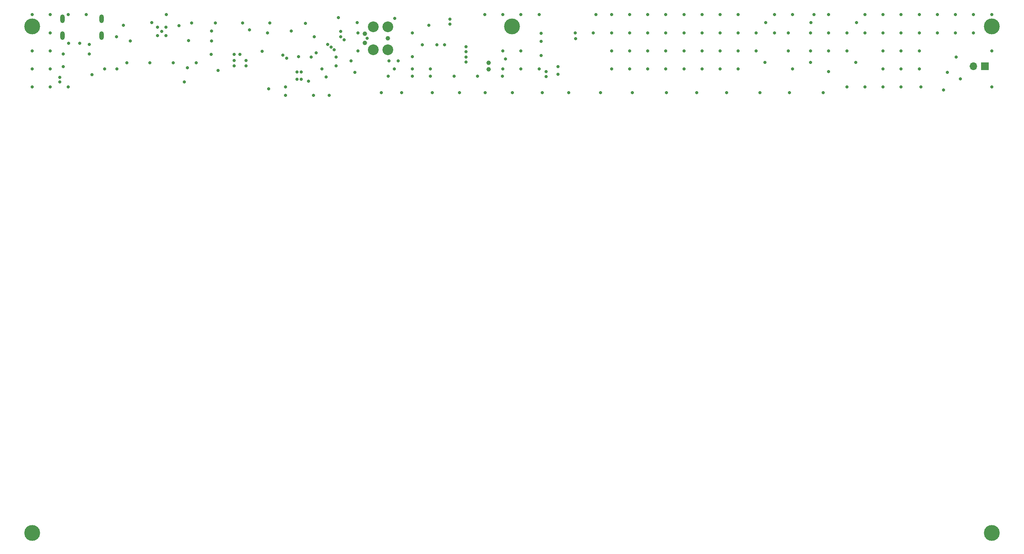
<source format=gbr>
%TF.GenerationSoftware,KiCad,Pcbnew,7.0.1*%
%TF.CreationDate,2023-08-12T11:58:29+02:00*%
%TF.ProjectId,HotPlate,486f7450-6c61-4746-952e-6b696361645f,rev?*%
%TF.SameCoordinates,PX2160ec0PY93d1cc0*%
%TF.FileFunction,Soldermask,Bot*%
%TF.FilePolarity,Negative*%
%FSLAX46Y46*%
G04 Gerber Fmt 4.6, Leading zero omitted, Abs format (unit mm)*
G04 Created by KiCad (PCBNEW 7.0.1) date 2023-08-12 11:58:29*
%MOMM*%
%LPD*%
G01*
G04 APERTURE LIST*
%ADD10C,3.500000*%
%ADD11R,1.700000X1.700000*%
%ADD12O,1.700000X1.700000*%
%ADD13O,1.000000X1.900000*%
%ADD14C,2.374900*%
%ADD15C,0.990600*%
%ADD16C,0.700000*%
%ADD17C,1.000000*%
G04 APERTURE END LIST*
D10*
%TO.C,REF\u002A\u002A*%
X4000000Y116000000D03*
%TD*%
%TO.C,REF\u002A\u002A*%
X4000000Y4000000D03*
%TD*%
D11*
%TO.C,TH401*%
X214475000Y107200000D03*
D12*
X211935000Y107200000D03*
%TD*%
D13*
%TO.C,J101*%
X19320000Y113940000D03*
X19320000Y117690000D03*
X10680000Y113940000D03*
X10680000Y117690000D03*
%TD*%
D10*
%TO.C,REF\u002A\u002A*%
X110000000Y116000000D03*
%TD*%
%TO.C,REF\u002A\u002A*%
X216000000Y4000000D03*
%TD*%
D14*
%TO.C,J201*%
X82540000Y110860000D03*
D15*
X82540000Y113400000D03*
D14*
X82540000Y115940000D03*
X79365000Y110860000D03*
X79365000Y115940000D03*
D15*
X77460000Y112384000D03*
X77460000Y114416000D03*
%TD*%
D10*
%TO.C,REF\u002A\u002A*%
X216000000Y116000000D03*
%TD*%
D16*
%TO.C,U102*%
X31700000Y114000000D03*
X33500000Y114000000D03*
X32600000Y114900000D03*
X31700000Y115800000D03*
X33500000Y115800000D03*
%TD*%
D17*
%TO.C,TP201*%
X104788164Y106500000D03*
X104788164Y108000000D03*
%TD*%
D16*
X83950000Y106597500D03*
X135950000Y106597500D03*
X99850000Y109250000D03*
X14500000Y112300000D03*
X195950000Y102597500D03*
X75808798Y116867003D03*
X120150000Y105400000D03*
X171050000Y114600000D03*
X65650000Y109200000D03*
X175950000Y110597500D03*
X7950000Y114597500D03*
X165896585Y108029756D03*
X39206918Y116750000D03*
X147950000Y118597500D03*
X19950000Y106597500D03*
X124000000Y113300000D03*
X85600000Y101350000D03*
X215950000Y102597500D03*
X115950000Y118597500D03*
X24137500Y116262500D03*
X150775000Y101350000D03*
X43500000Y109800000D03*
X97175000Y104975000D03*
X48600000Y109800000D03*
X64350000Y116700000D03*
X147950000Y110597500D03*
X131950000Y110597500D03*
X95100000Y111950000D03*
X195950000Y110597500D03*
X48600000Y107300000D03*
X22675000Y106625000D03*
X143950000Y114597500D03*
X187950000Y114597500D03*
X50475000Y116750000D03*
X116450000Y114500000D03*
X164750000Y101350000D03*
X127950000Y114597500D03*
X183950000Y110597500D03*
X103950000Y118597500D03*
X7950000Y102597500D03*
X65025000Y103925000D03*
X155950000Y110597500D03*
X110050000Y101350000D03*
X166050000Y116850000D03*
X56200000Y102200000D03*
X3950000Y110597500D03*
X96300000Y117650000D03*
X179950000Y110597500D03*
X111950000Y118597500D03*
X207950000Y118597500D03*
X203950000Y114597500D03*
X151950000Y106597500D03*
X151950000Y118597500D03*
X163950000Y110597500D03*
X107825000Y104975000D03*
X191950000Y118597500D03*
X151950000Y114597500D03*
X7950000Y110597500D03*
X3950000Y106597500D03*
X199950000Y118597500D03*
X24900000Y108000000D03*
X187950000Y102597500D03*
X30000000Y108000000D03*
X17200000Y105375000D03*
X108523962Y108780000D03*
X139950000Y110597500D03*
X3950000Y118597500D03*
X129500000Y101350000D03*
X99850000Y110400000D03*
X116450000Y112700000D03*
X87950000Y106597500D03*
X107950000Y106597500D03*
X139950000Y114597500D03*
X51200000Y107300000D03*
X128500000Y118600000D03*
X3950000Y102597500D03*
X205345021Y101912107D03*
X107950000Y110597500D03*
X22600000Y113700000D03*
X171950000Y106597500D03*
X11950000Y102597500D03*
X176050000Y116850000D03*
X72100000Y113700000D03*
X175950000Y114597500D03*
X179950000Y118597500D03*
X191950000Y110597500D03*
X107950000Y118597500D03*
X91950000Y104975000D03*
X38250000Y106825000D03*
X59378399Y109668213D03*
X206195971Y105869901D03*
X159950000Y114597500D03*
X16625000Y109925000D03*
X187950000Y118597500D03*
X120167927Y107097687D03*
X135950000Y110597500D03*
X135950000Y114597500D03*
X71100000Y107250000D03*
X159950000Y110597500D03*
X143950000Y106597500D03*
X25650000Y112800000D03*
X70000000Y111400000D03*
X207950000Y114597500D03*
X82600000Y104975000D03*
X51950000Y115200000D03*
X115950000Y106597500D03*
X67950000Y106597500D03*
X131950000Y106597500D03*
X116450000Y109600000D03*
X183950000Y114597500D03*
X144100000Y101350000D03*
X157400000Y101350000D03*
X143950000Y110597500D03*
X43600000Y115000000D03*
X136600000Y101350000D03*
X191950000Y114597500D03*
X11950000Y118597500D03*
X191950000Y102597500D03*
X199950000Y106600000D03*
X55950000Y114597500D03*
X96300000Y116500000D03*
X49900000Y109800000D03*
X87950000Y109300000D03*
X10100000Y104700000D03*
X135950000Y118597500D03*
X92350000Y101350000D03*
X122475000Y101350000D03*
X171950000Y118597500D03*
X171050000Y110600000D03*
X147950000Y114597500D03*
X155950000Y106597500D03*
X75950000Y110597500D03*
X208100000Y109200000D03*
X15950000Y118597500D03*
X203950000Y118597500D03*
X43600000Y112800000D03*
X183950000Y102597500D03*
X91950000Y106597500D03*
X62800000Y109300000D03*
X59950000Y102597500D03*
X171300000Y101350000D03*
X68950000Y104800000D03*
X104050000Y101350000D03*
X209000000Y104402724D03*
X211950000Y114597500D03*
X87950000Y104975000D03*
X63400000Y105900000D03*
X59950000Y100800000D03*
X167950000Y118597500D03*
X7950000Y118597500D03*
X199950000Y110597500D03*
X44475000Y116750000D03*
X159950000Y106597500D03*
X186050000Y116850000D03*
X143950000Y118597500D03*
X90200000Y111925000D03*
X66100000Y100800000D03*
X48600000Y108500000D03*
X10100000Y103700000D03*
X195950000Y118597500D03*
X117500000Y104900000D03*
X54775000Y110525000D03*
X69550000Y100800000D03*
X98350000Y101350000D03*
X66250000Y113750000D03*
X147950000Y106597500D03*
X71100000Y109250000D03*
X87950000Y114597500D03*
X215950000Y118597500D03*
X215950000Y110597500D03*
X178725000Y101350000D03*
X179950000Y114597500D03*
X99850000Y111550000D03*
X35100000Y108000000D03*
X159950000Y118597500D03*
X78000000Y113400000D03*
X163950000Y114597500D03*
X155950000Y114597500D03*
X45025000Y106250000D03*
X38500000Y112900000D03*
X111950000Y106597500D03*
X139950000Y106597500D03*
X195950000Y114597500D03*
X91584946Y116228710D03*
X131950000Y114597500D03*
X211950000Y118597500D03*
X10800000Y109900000D03*
X139950000Y118597500D03*
X81125000Y101350000D03*
X16600000Y112000000D03*
X66750000Y110200000D03*
X176700000Y118600000D03*
X40200000Y108000000D03*
X195950000Y106597500D03*
X117500000Y106000000D03*
X151950000Y110597500D03*
X12000000Y112250000D03*
X179950000Y106000000D03*
X116696995Y101350000D03*
X175925178Y108035534D03*
X56475000Y116750000D03*
X10800000Y107100000D03*
X123950000Y114597500D03*
X191950000Y106597500D03*
X61200000Y115000000D03*
X200300000Y102600000D03*
X75950000Y114597500D03*
X93400000Y111950000D03*
X63400000Y104300000D03*
X199950000Y114597500D03*
X71600000Y117950000D03*
X102325000Y104975000D03*
X185918466Y108030872D03*
X7950000Y106597500D03*
X51200000Y108500000D03*
X167950000Y114597500D03*
X99850000Y108150000D03*
X155950000Y118597500D03*
X111950000Y110597500D03*
X84100000Y117750000D03*
X131950000Y118597500D03*
X33600000Y118625000D03*
X30400000Y116875500D03*
X36400000Y116200000D03*
X37600000Y103700000D03*
X72900000Y113000000D03*
X70700000Y110800000D03*
X62500000Y104300000D03*
X72100000Y114900000D03*
X84800000Y108400000D03*
X69250000Y112050000D03*
X82800000Y108400000D03*
X62500000Y105900000D03*
X60200000Y109000000D03*
X75300000Y105800000D03*
X74400000Y108400000D03*
M02*

</source>
